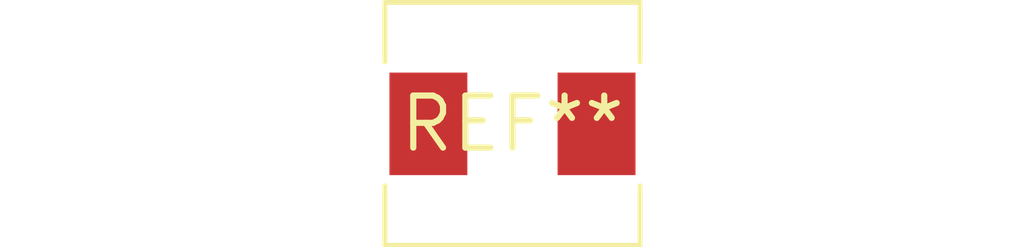
<source format=kicad_pcb>
(kicad_pcb (version 20240108) (generator pcbnew)
  (layers (0 "F.Cu" signal) (31 "B.Cu" signal) (34 "B.Paste" user) (35 "F.Paste" user) (36 "B.SilkS" user "B.Silkscreen") (37 "F.SilkS" user "F.Silkscreen") (38 "B.Mask" user) (39 "F.Mask" user) (44 "Edge.Cuts" user))
  (net 0 "")
  (footprint "L_Chilisin_BMRA00050530" (layer "F.Cu") (at 0 0)
    (property "Reference" "REF**")
    (property "Value" "L_Chilisin_BMRA00050530")
    (fp_line (start -3.11 -2.96) (end -3.11 -1.51) (layer "F.SilkS") (stroke (width 0.12)))
    (fp_line (start -3.11 -2.96) (end 3.11 -2.96) (layer "F.SilkS") (stroke (width 0.12)))
    (fp_line (start -3.11 2.96) (end -3.11 1.51) (layer "F.SilkS") (stroke (width 0.12)))
    (fp_line (start -3.11 2.96) (end 3.11 2.96) (layer "F.SilkS") (stroke (width 0.12)))
    (fp_line (start 3.11 -2.96) (end 3.11 -1.51) (layer "F.SilkS") (stroke (width 0.12)))
    (fp_line (start 3.11 2.96) (end 3.11 1.51) (layer "F.SilkS") (stroke (width 0.12)))
    (pad "1" smd rect (at -2.05 0) (size 1.9 2.5) (layers "F.Cu" "F.Paste" "F.Mask"))
    (pad "2" smd rect (at 2.05 0) (size 1.9 2.5) (layers "F.Cu" "F.Paste" "F.Mask"))
  )
)
</source>
